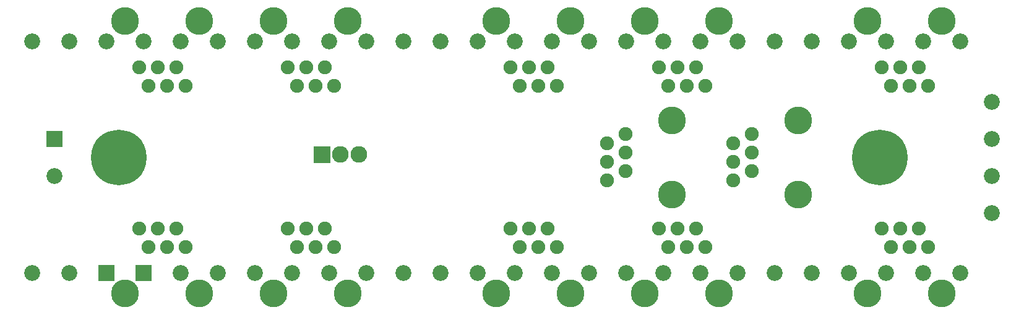
<source format=gbr>
G04 start of page 7 for group -4062 idx -4062 *
G04 Title: (unknown), soldermask *
G04 Creator: pcb 20140316 *
G04 CreationDate: Mon 29 Jan 2018 01:09:38 AM GMT UTC *
G04 For: railfan *
G04 Format: Gerber/RS-274X *
G04 PCB-Dimensions (mil): 5500.00 1700.00 *
G04 PCB-Coordinate-Origin: lower left *
%MOIN*%
%FSLAX25Y25*%
%LNBOTTOMMASK*%
%ADD76C,0.0900*%
%ADD75C,0.0001*%
%ADD74C,0.2997*%
%ADD73C,0.0750*%
%ADD72C,0.1500*%
%ADD71C,0.0860*%
G54D71*X470500Y147500D03*
X450500D03*
X430500D03*
X410500D03*
X510500D03*
X490500D03*
G54D72*X500500Y158500D03*
X460500D03*
G54D71*X490500Y22500D03*
X450500D03*
X470500D03*
X410500D03*
X430500D03*
X510500D03*
X527500Y55000D03*
G54D73*X468000Y46500D03*
X473000Y36500D03*
G54D72*X460500Y11500D03*
G54D73*X478000Y46500D03*
X488000D03*
X483000Y36500D03*
X493000D03*
G54D72*X500500Y11500D03*
G54D74*X467000Y85000D03*
G54D73*X388000Y72500D03*
X398000Y77500D03*
X388000Y82500D03*
X398000Y87500D03*
X388000Y92500D03*
G54D72*X423000Y65000D03*
G54D73*X398000Y97500D03*
G54D72*X423000Y105000D03*
G54D71*X527500Y95000D03*
Y115000D03*
Y75000D03*
G54D73*X493000Y123500D03*
X488000Y133500D03*
X483000Y123500D03*
X478000Y133500D03*
X473000Y123500D03*
X468000Y133500D03*
X330000Y77500D03*
G54D72*X355000Y65000D03*
G54D73*X320000Y82500D03*
Y92500D03*
X330000Y87500D03*
Y97500D03*
G54D72*X355000Y105000D03*
G54D71*X390500Y147500D03*
X370500D03*
G54D72*X380500Y158500D03*
X340500D03*
X300500D03*
X260500D03*
G54D71*X150500Y147500D03*
X130500D03*
X110500D03*
X90500D03*
G54D72*X140500Y158500D03*
X100500D03*
X60500D03*
G54D73*X93000Y123500D03*
X88000Y133500D03*
X83000Y123500D03*
X78000Y133500D03*
X73000Y123500D03*
X68000Y133500D03*
G54D71*X30500Y147500D03*
X10500D03*
X70500D03*
X50500D03*
G54D75*G36*
X46200Y26800D02*Y18200D01*
X54800D01*
Y26800D01*
X46200D01*
G37*
G54D71*X10500Y22500D03*
X30500D03*
G54D75*G36*
X66200Y26800D02*Y18200D01*
X74800D01*
Y26800D01*
X66200D01*
G37*
G54D71*X250500Y22500D03*
X230500D03*
X270500D03*
X90500D03*
G54D72*X140500Y11500D03*
G54D71*X110500Y22500D03*
X170500D03*
X190500D03*
X130500D03*
X150500D03*
X210500D03*
G54D75*G36*
X18200Y99300D02*Y90700D01*
X26800D01*
Y99300D01*
X18200D01*
G37*
G54D71*X22500Y75000D03*
G54D73*X68000Y46500D03*
X73000Y36500D03*
X78000Y46500D03*
X83000Y36500D03*
X88000Y46500D03*
X93000Y36500D03*
G54D72*X60500Y11500D03*
X100500D03*
G54D74*X57000Y85000D03*
G54D73*X173000Y123500D03*
X168000Y133500D03*
X163000Y123500D03*
X158000Y133500D03*
X153000Y123500D03*
X148000Y133500D03*
G54D72*X180500Y158500D03*
G54D76*X186500Y86500D03*
X176500D03*
G54D75*G36*
X162000Y91000D02*Y82000D01*
X171000D01*
Y91000D01*
X162000D01*
G37*
G54D71*X170500Y147500D03*
X210500D03*
X190500D03*
X310500Y22500D03*
X330500D03*
X350500D03*
X370500D03*
G54D72*X380500Y11500D03*
G54D71*X390500Y22500D03*
X290500D03*
G54D73*X268000Y46500D03*
X273000Y36500D03*
X278000Y46500D03*
X283000Y36500D03*
X288000Y46500D03*
X293000Y36500D03*
G54D72*X260500Y11500D03*
X300500D03*
X340500D03*
G54D73*X148000Y46500D03*
X153000Y36500D03*
X158000Y46500D03*
X163000Y36500D03*
X168000Y46500D03*
X173000Y36500D03*
G54D72*X180500Y11500D03*
G54D71*X230500Y147500D03*
X250500D03*
X270500D03*
X290500D03*
G54D73*X293000Y123500D03*
X288000Y133500D03*
X283000Y123500D03*
X278000Y133500D03*
X273000Y123500D03*
X268000Y133500D03*
G54D71*X350500Y147500D03*
X330500D03*
X310500D03*
G54D73*X348000Y46500D03*
X353000Y36500D03*
X358000Y46500D03*
X363000Y36500D03*
X368000Y46500D03*
X373000Y36500D03*
Y123500D03*
X368000Y133500D03*
X363000Y123500D03*
X358000Y133500D03*
X353000Y123500D03*
X348000Y133500D03*
X320000Y72500D03*
M02*

</source>
